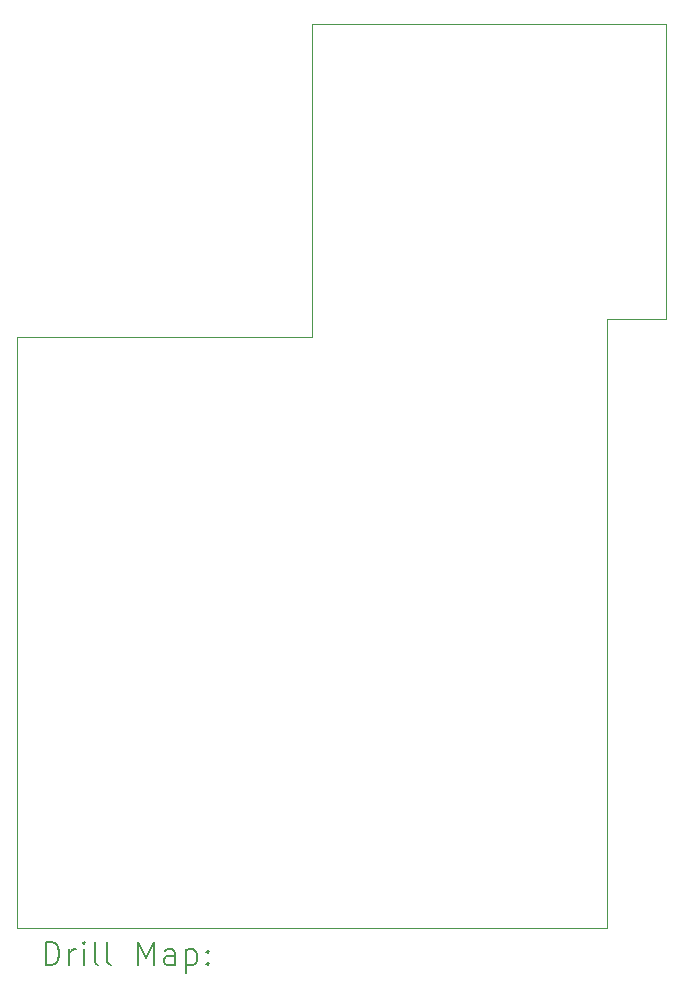
<source format=gbr>
%TF.GenerationSoftware,KiCad,Pcbnew,7.99.0-950-gc4668c1d3a-dirty*%
%TF.CreationDate,2023-06-21T04:14:03+08:00*%
%TF.ProjectId,LightningReed,4c696768-746e-4696-9e67-526565642e6b,rev?*%
%TF.SameCoordinates,Original*%
%TF.FileFunction,Drillmap*%
%TF.FilePolarity,Positive*%
%FSLAX45Y45*%
G04 Gerber Fmt 4.5, Leading zero omitted, Abs format (unit mm)*
G04 Created by KiCad (PCBNEW 7.99.0-950-gc4668c1d3a-dirty) date 2023-06-21 04:14:03*
%MOMM*%
%LPD*%
G01*
G04 APERTURE LIST*
%ADD10C,0.100000*%
%ADD11C,0.200000*%
G04 APERTURE END LIST*
D10*
X12500000Y-9850000D02*
X12500000Y-10000000D01*
X15000000Y-9850000D02*
X15000000Y-10000000D01*
X12500000Y-10000000D02*
X10000000Y-10000000D01*
X12500000Y-7350000D02*
X12500000Y-9850000D01*
X15500000Y-9850000D02*
X15500000Y-7350000D01*
X15500000Y-7350000D02*
X12500000Y-7350000D01*
X15000000Y-15000000D02*
X15000000Y-12250000D01*
X15000000Y-9850000D02*
X15500000Y-9850000D01*
X15000000Y-10000000D02*
X15000000Y-12250000D01*
X10000000Y-15000000D02*
X15000000Y-15000000D01*
X10000000Y-10000000D02*
X10000000Y-15000000D01*
D11*
X10242619Y-15317524D02*
X10242619Y-15117524D01*
X10242619Y-15117524D02*
X10290238Y-15117524D01*
X10290238Y-15117524D02*
X10318810Y-15127048D01*
X10318810Y-15127048D02*
X10337857Y-15146095D01*
X10337857Y-15146095D02*
X10347381Y-15165143D01*
X10347381Y-15165143D02*
X10356905Y-15203238D01*
X10356905Y-15203238D02*
X10356905Y-15231809D01*
X10356905Y-15231809D02*
X10347381Y-15269905D01*
X10347381Y-15269905D02*
X10337857Y-15288952D01*
X10337857Y-15288952D02*
X10318810Y-15308000D01*
X10318810Y-15308000D02*
X10290238Y-15317524D01*
X10290238Y-15317524D02*
X10242619Y-15317524D01*
X10442619Y-15317524D02*
X10442619Y-15184190D01*
X10442619Y-15222286D02*
X10452143Y-15203238D01*
X10452143Y-15203238D02*
X10461667Y-15193714D01*
X10461667Y-15193714D02*
X10480714Y-15184190D01*
X10480714Y-15184190D02*
X10499762Y-15184190D01*
X10566429Y-15317524D02*
X10566429Y-15184190D01*
X10566429Y-15117524D02*
X10556905Y-15127048D01*
X10556905Y-15127048D02*
X10566429Y-15136571D01*
X10566429Y-15136571D02*
X10575952Y-15127048D01*
X10575952Y-15127048D02*
X10566429Y-15117524D01*
X10566429Y-15117524D02*
X10566429Y-15136571D01*
X10690238Y-15317524D02*
X10671190Y-15308000D01*
X10671190Y-15308000D02*
X10661667Y-15288952D01*
X10661667Y-15288952D02*
X10661667Y-15117524D01*
X10795000Y-15317524D02*
X10775952Y-15308000D01*
X10775952Y-15308000D02*
X10766429Y-15288952D01*
X10766429Y-15288952D02*
X10766429Y-15117524D01*
X11023571Y-15317524D02*
X11023571Y-15117524D01*
X11023571Y-15117524D02*
X11090238Y-15260381D01*
X11090238Y-15260381D02*
X11156905Y-15117524D01*
X11156905Y-15117524D02*
X11156905Y-15317524D01*
X11337857Y-15317524D02*
X11337857Y-15212762D01*
X11337857Y-15212762D02*
X11328333Y-15193714D01*
X11328333Y-15193714D02*
X11309286Y-15184190D01*
X11309286Y-15184190D02*
X11271190Y-15184190D01*
X11271190Y-15184190D02*
X11252143Y-15193714D01*
X11337857Y-15308000D02*
X11318809Y-15317524D01*
X11318809Y-15317524D02*
X11271190Y-15317524D01*
X11271190Y-15317524D02*
X11252143Y-15308000D01*
X11252143Y-15308000D02*
X11242619Y-15288952D01*
X11242619Y-15288952D02*
X11242619Y-15269905D01*
X11242619Y-15269905D02*
X11252143Y-15250857D01*
X11252143Y-15250857D02*
X11271190Y-15241333D01*
X11271190Y-15241333D02*
X11318809Y-15241333D01*
X11318809Y-15241333D02*
X11337857Y-15231809D01*
X11433095Y-15184190D02*
X11433095Y-15384190D01*
X11433095Y-15193714D02*
X11452143Y-15184190D01*
X11452143Y-15184190D02*
X11490238Y-15184190D01*
X11490238Y-15184190D02*
X11509286Y-15193714D01*
X11509286Y-15193714D02*
X11518809Y-15203238D01*
X11518809Y-15203238D02*
X11528333Y-15222286D01*
X11528333Y-15222286D02*
X11528333Y-15279428D01*
X11528333Y-15279428D02*
X11518809Y-15298476D01*
X11518809Y-15298476D02*
X11509286Y-15308000D01*
X11509286Y-15308000D02*
X11490238Y-15317524D01*
X11490238Y-15317524D02*
X11452143Y-15317524D01*
X11452143Y-15317524D02*
X11433095Y-15308000D01*
X11614048Y-15298476D02*
X11623571Y-15308000D01*
X11623571Y-15308000D02*
X11614048Y-15317524D01*
X11614048Y-15317524D02*
X11604524Y-15308000D01*
X11604524Y-15308000D02*
X11614048Y-15298476D01*
X11614048Y-15298476D02*
X11614048Y-15317524D01*
X11614048Y-15193714D02*
X11623571Y-15203238D01*
X11623571Y-15203238D02*
X11614048Y-15212762D01*
X11614048Y-15212762D02*
X11604524Y-15203238D01*
X11604524Y-15203238D02*
X11614048Y-15193714D01*
X11614048Y-15193714D02*
X11614048Y-15212762D01*
M02*

</source>
